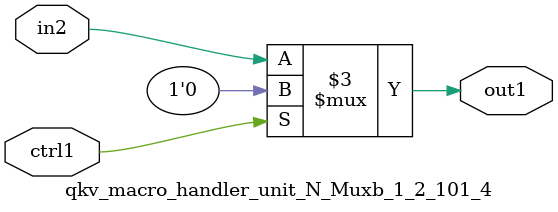
<source format=v>

`timescale 1ps / 1ps


module qkv_macro_handler_unit_N_Muxb_1_2_101_4( in2, ctrl1, out1 );

    input in2;
    input ctrl1;
    output out1;
    reg out1;

    
    // rtl_process:qkv_macro_handler_unit_N_Muxb_1_2_101_4/qkv_macro_handler_unit_N_Muxb_1_2_101_4_thread_1
    always @*
      begin : qkv_macro_handler_unit_N_Muxb_1_2_101_4_thread_1
        case (ctrl1) 
          1'b1: 
            begin
              out1 = 1'b0;
            end
          default: 
            begin
              out1 = in2;
            end
        endcase
      end

endmodule



</source>
